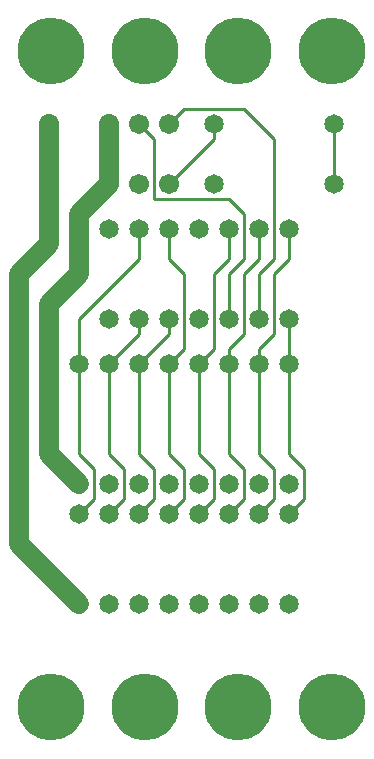
<source format=gtl>
%MOIN*%
%FSLAX25Y25*%
G04 D10 used for Character Trace; *
G04     Circle (OD=.01000) (No hole)*
G04 D11 used for Power Trace; *
G04     Circle (OD=.06700) (No hole)*
G04 D12 used for Signal Trace; *
G04     Circle (OD=.01100) (No hole)*
G04 D13 used for Via; *
G04     Circle (OD=.05800) (Round. Hole ID=.02800)*
G04 D14 used for Component hole; *
G04     Circle (OD=.06500) (Round. Hole ID=.03500)*
G04 D15 used for Component hole; *
G04     Circle (OD=.06700) (Round. Hole ID=.04300)*
G04 D16 used for Component hole; *
G04     Circle (OD=.08100) (Round. Hole ID=.05100)*
G04 D17 used for Component hole; *
G04     Circle (OD=.08900) (Round. Hole ID=.05900)*
G04 D18 used for Component hole; *
G04     Circle (OD=.11300) (Round. Hole ID=.08300)*
G04 D19 used for Component hole; *
G04     Circle (OD=.16000) (Round. Hole ID=.13000)*
G04 D20 used for Component hole; *
G04     Circle (OD=.18300) (Round. Hole ID=.15300)*
G04 D21 used for Component hole; *
G04     Circle (OD=.22291) (Round. Hole ID=.19291)*
%ADD10C,.01000*%
%ADD11C,.06700*%
%ADD12C,.01100*%
%ADD13C,.05800*%
%ADD14C,.06500*%
%ADD15C,.06700*%
%ADD16C,.08100*%
%ADD17C,.08900*%
%ADD18C,.11300*%
%ADD19C,.16000*%
%ADD20C,.18300*%
%ADD21C,.22291*%
%IPPOS*%
%LPD*%
G90*X0Y0D02*D21*X15625Y15625D03*X46875D03*D14*    
X45000Y50000D03*X35000D03*X25000D03*D11*          
X5000Y70000D01*Y160000D01*X15000Y170000D01*D14*   
D03*D11*Y190000D01*D15*D03*D11*Y210000D01*D15*D03*
X35000Y190000D03*D11*X25000Y180000D01*Y160000D01* 
X15000Y150000D01*D14*D03*D11*Y100000D01*          
X25000Y90000D01*D14*D03*D12*Y80000D02*            
X30000Y85000D01*D14*X25000Y80000D03*D12*          
X30000Y85000D02*Y95000D01*X25000Y100000D01*       
Y130000D01*D14*D03*D12*Y145000D01*                
X45000Y165000D01*Y175000D01*D14*D03*D12*          
X60000Y160000D02*X55000Y165000D01*                
X60000Y135000D02*Y160000D01*X55000Y130000D02*     
X60000Y135000D01*D14*X55000Y130000D03*D12*        
Y100000D01*X60000Y95000D01*Y85000D01*             
X55000Y80000D01*D14*D03*D12*X45000D02*            
X50000Y85000D01*D14*X45000Y80000D03*D12*          
X50000Y85000D02*Y95000D01*X45000Y100000D01*       
Y130000D01*D14*D03*D12*X55000Y140000D01*          
Y145000D01*D14*D03*X65000D03*X45000D03*D12*       
Y140000D01*X35000Y130000D01*D14*D03*D12*          
Y100000D01*X40000Y95000D01*Y85000D01*             
X35000Y80000D01*D14*D03*X45000Y90000D03*X35000D03*
X55000D03*X65000Y50000D03*Y80000D03*D12*          
X70000Y85000D01*Y95000D01*X65000Y100000D01*       
Y130000D01*D14*D03*D12*X70000Y135000D01*          
Y160000D01*X75000Y165000D01*Y175000D01*D14*D03*   
D12*X80000Y165000D02*Y180000D01*X75000Y160000D02* 
X80000Y165000D01*X75000Y145000D02*Y160000D01*D14* 
Y145000D03*D12*Y135000D02*X80000Y140000D01*       
X75000Y130000D02*Y135000D01*D14*Y130000D03*D12*   
Y100000D01*X80000Y95000D01*Y85000D01*             
X75000Y80000D01*D14*D03*X85000Y90000D03*X65000D03*
X85000Y80000D03*D12*X90000Y85000D01*Y95000D01*    
X85000Y100000D01*Y130000D01*D14*D03*D12*          
Y135000D01*X90000Y140000D01*Y160000D01*           
X95000Y165000D01*Y175000D01*D14*D03*D12*          
X80000Y160000D02*X85000Y165000D01*                
X80000Y140000D02*Y160000D01*D14*X85000Y145000D03* 
D12*Y160000D01*X90000Y165000D01*Y205000D01*       
X80000Y215000D01*X60000D01*X55000Y210000D01*D15*  
D03*D12*X50000Y185000D02*Y205000D01*Y185000D02*   
X75000D01*X80000Y180000D01*D14*X85000Y175000D03*  
D12*Y165000D01*D14*X65000Y175000D03*              
X95000Y145000D03*D12*Y130000D01*D14*D03*D12*      
Y100000D01*X100000Y95000D01*Y85000D01*            
X95000Y80000D01*D14*D03*Y90000D03*X75000D03*      
Y50000D03*X85000D03*X95000D03*X55000D03*D21*      
X78125Y15625D03*X109375D03*D14*X35000Y145000D03*  
D12*X55000Y165000D02*Y175000D01*D14*D03*          
X70000Y190000D03*D15*X55000D03*D12*               
X70000Y205000D01*Y210000D01*D14*D03*D12*          
X50000Y205000D02*X45000Y210000D01*D15*D03*        
X35000D03*D11*Y190000D01*D15*X45000D03*D14*       
X35000Y175000D03*D21*X78125Y234375D03*X46875D03*  
X15625D03*D14*X110000Y190000D03*D12*Y210000D01*   
D14*D03*D21*X109375Y234375D03*M02*                

</source>
